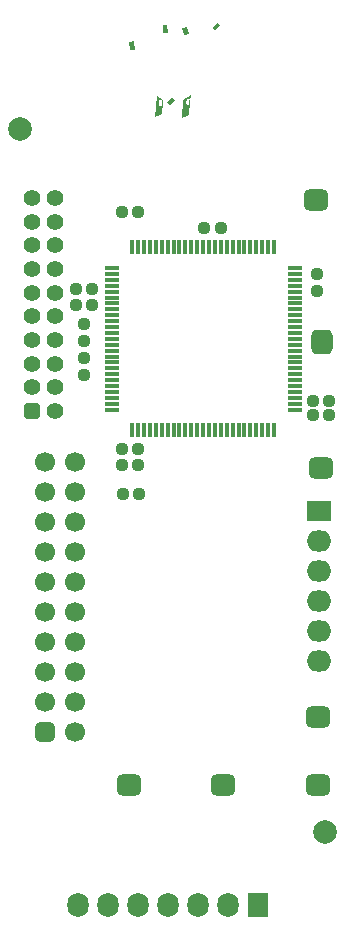
<source format=gts>
G04*
G04 #@! TF.GenerationSoftware,Altium Limited,Altium Designer,23.3.1 (30)*
G04*
G04 Layer_Color=8388736*
%FSLAX44Y44*%
%MOMM*%
G71*
G04*
G04 #@! TF.SameCoordinates,DF4BE222-8F2C-4444-88BE-FDE14E9DB007*
G04*
G04*
G04 #@! TF.FilePolarity,Negative*
G04*
G01*
G75*
%ADD18R,1.3000X0.3500*%
%ADD19R,0.3500X1.3000*%
%ADD20C,2.0000*%
G04:AMPARAMS|DCode=21|XSize=0.95mm|YSize=0.95mm|CornerRadius=0.2625mm|HoleSize=0mm|Usage=FLASHONLY|Rotation=0.000|XOffset=0mm|YOffset=0mm|HoleType=Round|Shape=RoundedRectangle|*
%AMROUNDEDRECTD21*
21,1,0.9500,0.4250,0,0,0.0*
21,1,0.4250,0.9500,0,0,0.0*
1,1,0.5250,0.2125,-0.2125*
1,1,0.5250,-0.2125,-0.2125*
1,1,0.5250,-0.2125,0.2125*
1,1,0.5250,0.2125,0.2125*
%
%ADD21ROUNDEDRECTD21*%
G04:AMPARAMS|DCode=22|XSize=0.95mm|YSize=0.95mm|CornerRadius=0.2625mm|HoleSize=0mm|Usage=FLASHONLY|Rotation=90.000|XOffset=0mm|YOffset=0mm|HoleType=Round|Shape=RoundedRectangle|*
%AMROUNDEDRECTD22*
21,1,0.9500,0.4250,0,0,90.0*
21,1,0.4250,0.9500,0,0,90.0*
1,1,0.5250,0.2125,0.2125*
1,1,0.5250,0.2125,-0.2125*
1,1,0.5250,-0.2125,-0.2125*
1,1,0.5250,-0.2125,0.2125*
%
%ADD22ROUNDEDRECTD22*%
%ADD23O,1.8000X2.1000*%
%ADD24R,1.8000X2.1000*%
G04:AMPARAMS|DCode=25|XSize=1.8mm|YSize=2.1mm|CornerRadius=0.475mm|HoleSize=0mm|Usage=FLASHONLY|Rotation=90.000|XOffset=0mm|YOffset=0mm|HoleType=Round|Shape=RoundedRectangle|*
%AMROUNDEDRECTD25*
21,1,1.8000,1.1500,0,0,90.0*
21,1,0.8500,2.1000,0,0,90.0*
1,1,0.9500,0.5750,0.4250*
1,1,0.9500,0.5750,-0.4250*
1,1,0.9500,-0.5750,-0.4250*
1,1,0.9500,-0.5750,0.4250*
%
%ADD25ROUNDEDRECTD25*%
%ADD26O,2.1000X1.8000*%
%ADD27R,2.1000X1.8000*%
G04:AMPARAMS|DCode=28|XSize=1.8mm|YSize=2.1mm|CornerRadius=0.475mm|HoleSize=0mm|Usage=FLASHONLY|Rotation=180.000|XOffset=0mm|YOffset=0mm|HoleType=Round|Shape=RoundedRectangle|*
%AMROUNDEDRECTD28*
21,1,1.8000,1.1500,0,0,180.0*
21,1,0.8500,2.1000,0,0,180.0*
1,1,0.9500,-0.4250,0.5750*
1,1,0.9500,0.4250,0.5750*
1,1,0.9500,0.4250,-0.5750*
1,1,0.9500,-0.4250,-0.5750*
%
%ADD28ROUNDEDRECTD28*%
%ADD29C,1.4000*%
G04:AMPARAMS|DCode=30|XSize=1.4mm|YSize=1.4mm|CornerRadius=0.375mm|HoleSize=0mm|Usage=FLASHONLY|Rotation=90.000|XOffset=0mm|YOffset=0mm|HoleType=Round|Shape=RoundedRectangle|*
%AMROUNDEDRECTD30*
21,1,1.4000,0.6500,0,0,90.0*
21,1,0.6500,1.4000,0,0,90.0*
1,1,0.7500,0.3250,0.3250*
1,1,0.7500,0.3250,-0.3250*
1,1,0.7500,-0.3250,-0.3250*
1,1,0.7500,-0.3250,0.3250*
%
%ADD30ROUNDEDRECTD30*%
%ADD31C,0.1000*%
%ADD32C,1.7000*%
G04:AMPARAMS|DCode=33|XSize=1.7mm|YSize=1.7mm|CornerRadius=0.45mm|HoleSize=0mm|Usage=FLASHONLY|Rotation=90.000|XOffset=0mm|YOffset=0mm|HoleType=Round|Shape=RoundedRectangle|*
%AMROUNDEDRECTD33*
21,1,1.7000,0.8000,0,0,90.0*
21,1,0.8000,1.7000,0,0,90.0*
1,1,0.9000,0.4000,0.4000*
1,1,0.9000,0.4000,-0.4000*
1,1,0.9000,-0.4000,-0.4000*
1,1,0.9000,-0.4000,0.4000*
%
%ADD33ROUNDEDRECTD33*%
G36*
X142069Y680497D02*
X143566Y698167D01*
X149377Y694717D01*
X149153Y691880D01*
X148052D01*
X148291Y694438D01*
X145943Y694658D01*
X145513Y690078D01*
X147862Y689858D01*
X148049Y691856D01*
X149152D01*
X148465Y683119D01*
X142069Y680497D01*
D02*
G37*
G36*
X165120Y679162D02*
X166226Y694635D01*
X172664Y699302D01*
X172171Y693059D01*
X171296D01*
X171525Y695504D01*
X169177Y695724D01*
X168748Y691145D01*
X171096Y690925D01*
X171294Y693034D01*
X172169D01*
X171319Y682278D01*
X165120Y679162D01*
D02*
G37*
G36*
X154738Y690922D02*
X152581Y693474D01*
X156692Y696949D01*
X158849Y694398D01*
X154738Y690922D01*
D02*
G37*
G36*
X121104Y736678D02*
X120075Y743991D01*
X124295Y744585D01*
X125324Y737272D01*
X121104Y736678D01*
D02*
G37*
G36*
X149258Y751458D02*
X148784Y758153D01*
X152451Y758412D01*
X152924Y751717D01*
X149258Y751458D01*
D02*
G37*
G36*
X166521Y749637D02*
X165139Y755704D01*
X169424Y756680D01*
X170807Y750613D01*
X166521Y749637D01*
D02*
G37*
G36*
X193391Y753806D02*
X190851Y755976D01*
X194591Y760354D01*
X197131Y758185D01*
X193391Y753806D01*
D02*
G37*
D18*
X260500Y552500D02*
D03*
Y547500D02*
D03*
Y542500D02*
D03*
Y537500D02*
D03*
Y532500D02*
D03*
Y527500D02*
D03*
Y522500D02*
D03*
Y517500D02*
D03*
Y512500D02*
D03*
Y507500D02*
D03*
Y502500D02*
D03*
Y497500D02*
D03*
Y492500D02*
D03*
Y487500D02*
D03*
Y482500D02*
D03*
Y477500D02*
D03*
Y472500D02*
D03*
Y467500D02*
D03*
Y462500D02*
D03*
Y457500D02*
D03*
Y452500D02*
D03*
Y447500D02*
D03*
Y442500D02*
D03*
Y437500D02*
D03*
Y432500D02*
D03*
X105500D02*
D03*
Y437500D02*
D03*
Y442500D02*
D03*
Y447500D02*
D03*
Y452500D02*
D03*
Y457500D02*
D03*
Y462500D02*
D03*
Y467500D02*
D03*
Y472500D02*
D03*
Y477500D02*
D03*
Y482500D02*
D03*
Y487500D02*
D03*
Y492500D02*
D03*
Y497500D02*
D03*
Y502500D02*
D03*
Y507500D02*
D03*
Y512500D02*
D03*
Y517500D02*
D03*
Y522500D02*
D03*
Y527500D02*
D03*
Y532500D02*
D03*
Y537500D02*
D03*
Y542500D02*
D03*
Y547500D02*
D03*
Y552500D02*
D03*
D19*
X243000Y415000D02*
D03*
X238000D02*
D03*
X233000D02*
D03*
X228000D02*
D03*
X223000D02*
D03*
X218000D02*
D03*
X213000D02*
D03*
X208000D02*
D03*
X203000D02*
D03*
X198000D02*
D03*
X193000D02*
D03*
X188000D02*
D03*
X183000D02*
D03*
X178000D02*
D03*
X173000D02*
D03*
X168000D02*
D03*
X163000D02*
D03*
X158000D02*
D03*
X153000D02*
D03*
X148000D02*
D03*
X143000D02*
D03*
X138000D02*
D03*
X133000D02*
D03*
X128000D02*
D03*
X123000D02*
D03*
Y570000D02*
D03*
X128000D02*
D03*
X133000D02*
D03*
X138000D02*
D03*
X143000D02*
D03*
X148000D02*
D03*
X153000D02*
D03*
X158000D02*
D03*
X163000D02*
D03*
X168000D02*
D03*
X173000D02*
D03*
X178000D02*
D03*
X183000D02*
D03*
X188000D02*
D03*
X193000D02*
D03*
X198000D02*
D03*
X203000D02*
D03*
X208000D02*
D03*
X213000D02*
D03*
X218000D02*
D03*
X223000D02*
D03*
X228000D02*
D03*
X233000D02*
D03*
X238000D02*
D03*
X243000D02*
D03*
D20*
X28000Y670000D02*
D03*
X286000Y75000D02*
D03*
D21*
X82000Y505000D02*
D03*
Y491000D02*
D03*
Y462000D02*
D03*
Y476000D02*
D03*
X279375Y547375D02*
D03*
Y533375D02*
D03*
D22*
X114000Y600000D02*
D03*
X128000D02*
D03*
X290000Y440000D02*
D03*
X276000D02*
D03*
Y428000D02*
D03*
X290000D02*
D03*
X115000Y361000D02*
D03*
X129000D02*
D03*
X128000Y386000D02*
D03*
X114000D02*
D03*
X89000Y535000D02*
D03*
X75000D02*
D03*
X198000Y586000D02*
D03*
X184000D02*
D03*
X114000Y399000D02*
D03*
X128000D02*
D03*
X89000Y521000D02*
D03*
X75000D02*
D03*
D23*
X76800Y13000D02*
D03*
X102200D02*
D03*
X178400D02*
D03*
X203800D02*
D03*
X153000D02*
D03*
X127600D02*
D03*
D24*
X229200D02*
D03*
D25*
X280000Y172000D02*
D03*
X200000Y115000D02*
D03*
X120000D02*
D03*
X279000Y610000D02*
D03*
X282500Y383250D02*
D03*
X280000Y115000D02*
D03*
D26*
X281000Y244800D02*
D03*
Y270200D02*
D03*
Y321000D02*
D03*
Y295600D02*
D03*
Y219400D02*
D03*
D27*
Y346400D02*
D03*
D28*
X284000Y490000D02*
D03*
D29*
X57800Y611650D02*
D03*
X37800D02*
D03*
X57800Y591650D02*
D03*
X37800D02*
D03*
X57800Y571650D02*
D03*
X37800D02*
D03*
X57800Y551650D02*
D03*
X37800D02*
D03*
X57800Y531650D02*
D03*
X37800D02*
D03*
X57800Y511650D02*
D03*
X37800D02*
D03*
X57800Y491650D02*
D03*
X37800D02*
D03*
X57800Y471650D02*
D03*
X37800D02*
D03*
X57800Y451650D02*
D03*
X37800D02*
D03*
X57800Y431650D02*
D03*
D30*
X37800D02*
D03*
D31*
X260000Y730000D02*
D03*
Y40000D02*
D03*
X47500Y730000D02*
D03*
Y40000D02*
D03*
D32*
X74400Y160000D02*
D03*
X49000Y185400D02*
D03*
X74400D02*
D03*
X49000Y210800D02*
D03*
X74400D02*
D03*
X49000Y236200D02*
D03*
X74400D02*
D03*
X49000Y261600D02*
D03*
X74400D02*
D03*
X49000Y287000D02*
D03*
X74400D02*
D03*
X49000Y312400D02*
D03*
X74400D02*
D03*
X49000Y337800D02*
D03*
X74400D02*
D03*
X49000Y363200D02*
D03*
X74400D02*
D03*
X49000Y388600D02*
D03*
X74400D02*
D03*
D33*
X49000Y160000D02*
D03*
M02*

</source>
